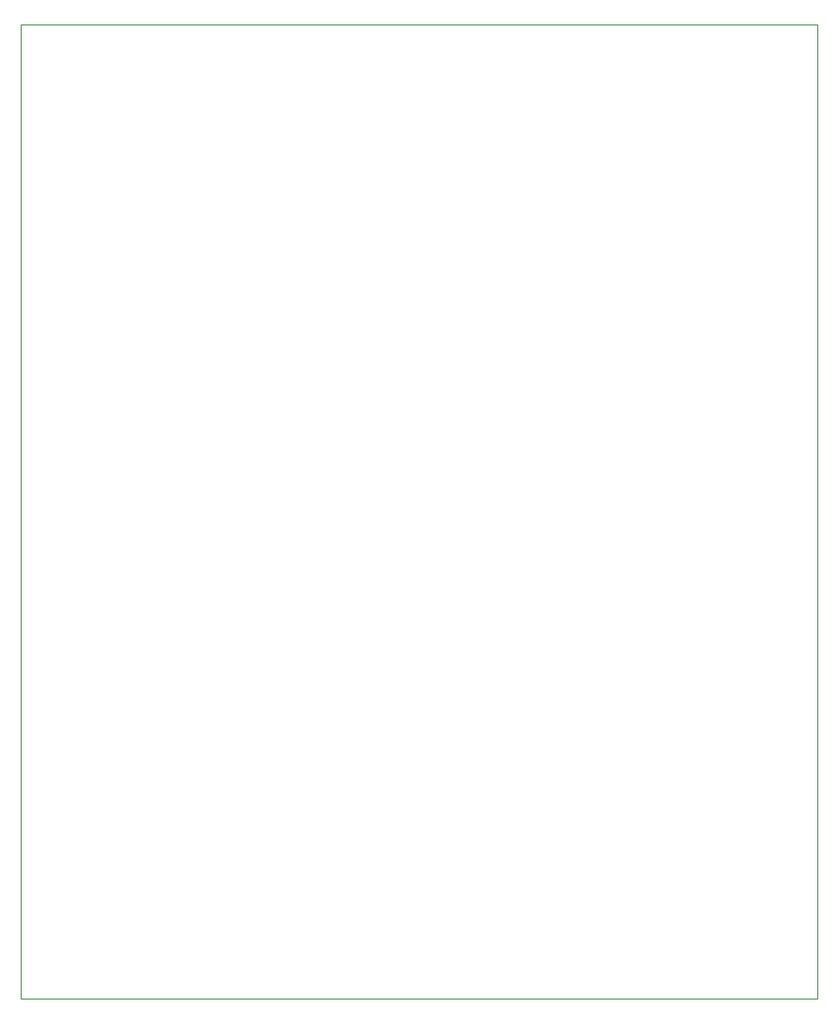
<source format=gbr>
%TF.GenerationSoftware,KiCad,Pcbnew,6.0.4-6f826c9f35~116~ubuntu18.04.1*%
%TF.CreationDate,2022-04-21T22:13:38-04:00*%
%TF.ProjectId,368project,33363870-726f-46a6-9563-742e6b696361,rev?*%
%TF.SameCoordinates,Original*%
%TF.FileFunction,Profile,NP*%
%FSLAX46Y46*%
G04 Gerber Fmt 4.6, Leading zero omitted, Abs format (unit mm)*
G04 Created by KiCad (PCBNEW 6.0.4-6f826c9f35~116~ubuntu18.04.1) date 2022-04-21 22:13:38*
%MOMM*%
%LPD*%
G01*
G04 APERTURE LIST*
%TA.AperFunction,Profile*%
%ADD10C,0.100000*%
%TD*%
G04 APERTURE END LIST*
D10*
X107180500Y-56693000D02*
X178935500Y-56693000D01*
X178935500Y-56693000D02*
X178935500Y-144323000D01*
X178935500Y-144323000D02*
X107180500Y-144323000D01*
X107180500Y-144323000D02*
X107180500Y-56693000D01*
M02*

</source>
